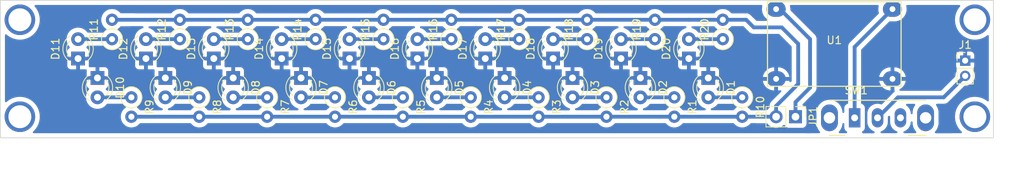
<source format=kicad_pcb>
(kicad_pcb (version 20211014) (generator pcbnew)
  (layers (0 "F.Cu" signal) (31 "B.Cu" signal) (34 "B.Paste" user) (35 "F.Paste" user) (36 "B.SilkS" user "B.Silkscreen") (37 "F.SilkS" user "F.Silkscreen") (38 "B.Mask" user) (39 "F.Mask" user) (44 "Edge.Cuts" user))
  (net 0 "")
  (net 1 "GND")
  (net 2 "Net-(D1-Pad2)")
  (net 3 "Net-(D2-Pad2)")
  (net 4 "Net-(D3-Pad2)")
  (net 5 "Net-(D4-Pad2)")
  (net 6 "Net-(D5-Pad2)")
  (net 7 "Net-(D6-Pad2)")
  (net 8 "Net-(D7-Pad2)")
  (net 9 "Net-(D8-Pad2)")
  (net 10 "Net-(D9-Pad2)")
  (net 11 "Net-(D10-Pad2)")
  (net 12 "Net-(D11-Pad2)")
  (net 13 "Net-(D12-Pad2)")
  (net 14 "Net-(D13-Pad2)")
  (net 15 "Net-(D14-Pad2)")
  (net 16 "Net-(D15-Pad2)")
  (net 17 "Net-(D16-Pad2)")
  (net 18 "Net-(D17-Pad2)")
  (net 19 "Net-(D18-Pad2)")
  (net 20 "Net-(D19-Pad2)")
  (net 21 "Net-(D20-Pad2)")
  (net 22 "Net-(J1-Pad2)")
  (net 23 "Net-(JP1-Pad1)")
  (net 24 "Net-(JP1-Pad2)")
  (net 25 "Net-(SW1-Pad1)")
  (net 27 "GND1")
  (footprint "_switch:SW_CuK_OS102011MA1QN1_SPDT_Angled" (layer "F.Cu") (at 156.845 59.8325)
    (fp_text reference "SW1" (at 3.5 -3.6) (layer "F.SilkS"))
    (fp_text value "SW_Push_SPDT")
    (fp_line (start 10.35 2.3) (end 12.65 2.3) (layer "F.SilkS") (width 0.15))
    (fp_line (start 0 -2.3) (end 12.6 -2.3) (layer "F.SilkS") (width 0.15))
    (fp_line (start 0 2.3) (end 2 2.3) (layer "F.SilkS") (width 0.15))
    (pad "" thru_hole oval (at 12.6 0) (size 2.2 3.5) (drill 1.5) (layers *.Cu *.Mask))
    (pad "" thru_hole oval (at 0 0) (size 2.2 3.5) (drill 1.5) (layers *.Cu *.Mask))
    (pad "1" thru_hole rect (at 3.3 0) (size 1.5 2.5) (drill 0.9) (layers *.Cu *.Mask) (net 25 "Net-(SW1-Pad1)"))
    (pad "2" thru_hole oval (at 6.3 0) (size 1.5 2.5) (drill 0.9) (layers *.Cu *.Mask) (net 22 "Net-(J1-Pad2)"))
    (pad "3" thru_hole oval (at 9.3 0) (size 1.5 2.5) (drill 0.9) (layers *.Cu *.Mask))
  )
  (footprint "Resistor_THT:R_Axial_DIN0207_L6.3mm_D2.5mm_P2.54mm_Vertical" (layer "F.Cu") (at 142.875 49.53 90)
    (fp_text reference "R20" (at 1.27 -2.37 90) (layer "F.SilkS"))
    (fp_text value "16")
    (fp_line (start 1.37 0) (end 1.44 0) (layer "F.SilkS") (width 0.12))
    (fp_circle (center 0 0) (end 1.37 0) (layer "F.SilkS") (width 0.12) (fill none))
    (pad "1" thru_hole circle (at 0 0 90) (size 1.6 1.6) (drill 0.8) (layers *.Cu *.Mask) (net 21 "Net-(D20-Pad2)"))
    (pad "2" thru_hole oval (at 2.54 0 90) (size 1.6 1.6) (drill 0.8) (layers *.Cu *.Mask) (net 24 "Net-(JP1-Pad2)"))
  )
  (footprint "LED_THT:LED_D3.0mm" (layer "F.Cu") (at 87.63 54.61 -90)
    (fp_text reference "D7" (at 1.27 -2.96 90) (layer "F.SilkS"))
    (fp_text value "LED")
    (fp_line (start -0.29 -1.236) (end -0.29 -1.08) (layer "F.SilkS") (width 0.12))
    (fp_line (start -0.29 1.08) (end -0.29 1.236) (layer "F.SilkS") (width 0.12))
    (fp_arc (start 2.31113 1.079837) (mid 1.270117 1.5) (end 0.229039 1.08) (layer "F.SilkS") (width 0.12))
    (fp_arc (start 2.942335 1.078608) (mid 1.366487 1.987659) (end -0.29 1.235516) (layer "F.SilkS") (width 0.12))
    (fp_arc (start -0.29 -1.235516) (mid 1.366487 -1.987659) (end 2.942335 -1.078608) (layer "F.SilkS") (width 0.12))
    (fp_arc (start 0.229039 -1.08) (mid 1.270117 -1.5) (end 2.31113 -1.079837) (layer "F.SilkS") (width 0.12))
    (pad "1" thru_hole rect (at 0 0 270) (size 1.8 1.8) (drill 0.9) (layers *.Cu *.Mask) (net 27 "GND1"))
    (pad "2" thru_hole circle (at 2.54 0 270) (size 1.8 1.8) (drill 0.9) (layers *.Cu *.Mask) (net 8 "Net-(D7-Pad2)"))
  )
  (footprint "LED_THT:LED_D3.0mm" (layer "F.Cu") (at 123.19 54.61 -90)
    (fp_text reference "D3" (at 1.27 -2.96 90) (layer "F.SilkS"))
    (fp_text value "LED")
    (fp_line (start -0.29 1.08) (end -0.29 1.236) (layer "F.SilkS") (width 0.12))
    (fp_line (start -0.29 -1.236) (end -0.29 -1.08) (layer "F.SilkS") (width 0.12))
    (fp_arc (start 2.31113 1.079837) (mid 1.270117 1.5) (end 0.229039 1.08) (layer "F.SilkS") (width 0.12))
    (fp_arc (start 2.942335 1.078608) (mid 1.366487 1.987659) (end -0.29 1.235516) (layer "F.SilkS") (width 0.12))
    (fp_arc (start 0.229039 -1.08) (mid 1.270117 -1.5) (end 2.31113 -1.079837) (layer "F.SilkS") (width 0.12))
    (fp_arc (start -0.29 -1.235516) (mid 1.366487 -1.987659) (end 2.942335 -1.078608) (layer "F.SilkS") (width 0.12))
    (pad "1" thru_hole rect (at 0 0 270) (size 1.8 1.8) (drill 0.9) (layers *.Cu *.Mask) (net 27 "GND1"))
    (pad "2" thru_hole circle (at 2.54 0 270) (size 1.8 1.8) (drill 0.9) (layers *.Cu *.Mask) (net 4 "Net-(D3-Pad2)"))
  )
  (footprint "LED_THT:LED_D3.0mm" (layer "F.Cu") (at 105.41 54.61 -90)
    (fp_text reference "D5" (at 1.27 -2.96 90) (layer "F.SilkS"))
    (fp_text value "LED")
    (fp_line (start -0.29 -1.236) (end -0.29 -1.08) (layer "F.SilkS") (width 0.12))
    (fp_line (start -0.29 1.08) (end -0.29 1.236) (layer "F.SilkS") (width 0.12))
    (fp_arc (start 0.229039 -1.08) (mid 1.270117 -1.5) (end 2.31113 -1.079837) (layer "F.SilkS") (width 0.12))
    (fp_arc (start 2.31113 1.079837) (mid 1.270117 1.5) (end 0.229039 1.08) (layer "F.SilkS") (width 0.12))
    (fp_arc (start 2.942335 1.078608) (mid 1.366487 1.987659) (end -0.29 1.235516) (layer "F.SilkS") (width 0.12))
    (fp_arc (start -0.29 -1.235516) (mid 1.366487 -1.987659) (end 2.942335 -1.078608) (layer "F.SilkS") (width 0.12))
    (pad "1" thru_hole rect (at 0 0 270) (size 1.8 1.8) (drill 0.9) (layers *.Cu *.Mask) (net 27 "GND1"))
    (pad "2" thru_hole circle (at 2.54 0 270) (size 1.8 1.8) (drill 0.9) (layers *.Cu *.Mask) (net 6 "Net-(D5-Pad2)"))
  )
  (footprint "LED_THT:LED_D3.0mm" (layer "F.Cu") (at 129.54 52.07 90)
    (fp_text reference "D19" (at 1.27 -2.96 90) (layer "F.SilkS"))
    (fp_text value "LED")
    (fp_line (start -0.29 1.08) (end -0.29 1.236) (layer "F.SilkS") (width 0.12))
    (fp_line (start -0.29 -1.236) (end -0.29 -1.08) (layer "F.SilkS") (width 0.12))
    (fp_arc (start -0.29 -1.235516) (mid 1.366487 -1.987659) (end 2.942335 -1.078608) (layer "F.SilkS") (width 0.12))
    (fp_arc (start 2.942335 1.078608) (mid 1.366487 1.987659) (end -0.29 1.235516) (layer "F.SilkS") (width 0.12))
    (fp_arc (start 2.31113 1.079837) (mid 1.270117 1.5) (end 0.229039 1.08) (layer "F.SilkS") (width 0.12))
    (fp_arc (start 0.229039 -1.08) (mid 1.270117 -1.5) (end 2.31113 -1.079837) (layer "F.SilkS") (width 0.12))
    (pad "1" thru_hole rect (at 0 0 90) (size 1.8 1.8) (drill 0.9) (layers *.Cu *.Mask) (net 27 "GND1"))
    (pad "2" thru_hole circle (at 2.54 0 90) (size 1.8 1.8) (drill 0.9) (layers *.Cu *.Mask) (net 20 "Net-(D19-Pad2)"))
  )
  (footprint "LED_THT:LED_D3.0mm" (layer "F.Cu") (at 93.98 52.07 90)
    (fp_text reference "D15" (at 1.27 -2.96 90) (layer "F.SilkS"))
    (fp_text value "LED")
    (fp_line (start -0.29 -1.236) (end -0.29 -1.08) (layer "F.SilkS") (width 0.12))
    (fp_line (start -0.29 1.08) (end -0.29 1.236) (layer "F.SilkS") (width 0.12))
    (fp_arc (start 0.229039 -1.08) (mid 1.270117 -1.5) (end 2.31113 -1.079837) (layer "F.SilkS") (width 0.12))
    (fp_arc (start -0.29 -1.235516) (mid 1.366487 -1.987659) (end 2.942335 -1.078608) (layer "F.SilkS") (width 0.12))
    (fp_arc (start 2.942335 1.078608) (mid 1.366487 1.987659) (end -0.29 1.235516) (layer "F.SilkS") (width 0.12))
    (fp_arc (start 2.31113 1.079837) (mid 1.270117 1.5) (end 0.229039 1.08) (layer "F.SilkS") (width 0.12))
    (pad "1" thru_hole rect (at 0 0 90) (size 1.8 1.8) (drill 0.9) (layers *.Cu *.Mask) (net 27 "GND1"))
    (pad "2" thru_hole circle (at 2.54 0 90) (size 1.8 1.8) (drill 0.9) (layers *.Cu *.Mask) (net 16 "Net-(D15-Pad2)"))
  )
  (footprint "Resistor_THT:R_Axial_DIN0207_L6.3mm_D2.5mm_P2.54mm_Vertical" (layer "F.Cu") (at 89.535 49.53 90)
    (fp_text reference "R14" (at 1.27 -2.37 90) (layer "F.SilkS"))
    (fp_text value "16")
    (fp_line (start 1.37 0) (end 1.44 0) (layer "F.SilkS") (width 0.12))
    (fp_circle (center 0 0) (end 1.37 0) (layer "F.SilkS") (width 0.12) (fill none))
    (pad "1" thru_hole circle (at 0 0 90) (size 1.6 1.6) (drill 0.8) (layers *.Cu *.Mask) (net 15 "Net-(D14-Pad2)"))
    (pad "2" thru_hole oval (at 2.54 0 90) (size 1.6 1.6) (drill 0.8) (layers *.Cu *.Mask) (net 24 "Net-(JP1-Pad2)"))
  )
  (footprint "LED_THT:LED_D3.0mm" (layer "F.Cu") (at 102.87 52.07 90)
    (fp_text reference "D16" (at 1.27 -2.96 90) (layer "F.SilkS"))
    (fp_text value "LED")
    (fp_line (start -0.29 -1.236) (end -0.29 -1.08) (layer "F.SilkS") (width 0.12))
    (fp_line (start -0.29 1.08) (end -0.29 1.236) (layer "F.SilkS") (width 0.12))
    (fp_arc (start -0.29 -1.235516) (mid 1.366487 -1.987659) (end 2.942335 -1.078608) (layer "F.SilkS") (width 0.12))
    (fp_arc (start 2.31113 1.079837) (mid 1.270117 1.5) (end 0.229039 1.08) (layer "F.SilkS") (width 0.12))
    (fp_arc (start 0.229039 -1.08) (mid 1.270117 -1.5) (end 2.31113 -1.079837) (layer "F.SilkS") (width 0.12))
    (fp_arc (start 2.942335 1.078608) (mid 1.366487 1.987659) (end -0.29 1.235516) (layer "F.SilkS") (width 0.12))
    (pad "1" thru_hole rect (at 0 0 90) (size 1.8 1.8) (drill 0.9) (layers *.Cu *.Mask) (net 27 "GND1"))
    (pad "2" thru_hole circle (at 2.54 0 90) (size 1.8 1.8) (drill 0.9) (layers *.Cu *.Mask) (net 17 "Net-(D16-Pad2)"))
  )
  (footprint "LED_THT:LED_D3.0mm" (layer "F.Cu") (at 58.42 52.07 90)
    (fp_text reference "D11" (at 1.27 -2.96 90) (layer "F.SilkS"))
    (fp_text value "LED")
    (fp_line (start -0.29 -1.236) (end -0.29 -1.08) (layer "F.SilkS") (width 0.12))
    (fp_line (start -0.29 1.08) (end -0.29 1.236) (layer "F.SilkS") (width 0.12))
    (fp_arc (start 0.229039 -1.08) (mid 1.270117 -1.5) (end 2.31113 -1.079837) (layer "F.SilkS") (width 0.12))
    (fp_arc (start -0.29 -1.235516) (mid 1.366487 -1.987659) (end 2.942335 -1.078608) (layer "F.SilkS") (width 0.12))
    (fp_arc (start 2.31113 1.079837) (mid 1.270117 1.5) (end 0.229039 1.08) (layer "F.SilkS") (width 0.12))
    (fp_arc (start 2.942335 1.078608) (mid 1.366487 1.987659) (end -0.29 1.235516) (layer "F.SilkS") (width 0.12))
    (pad "1" thru_hole rect (at 0 0 90) (size 1.8 1.8) (drill 0.9) (layers *.Cu *.Mask) (net 27 "GND1"))
    (pad "2" thru_hole circle (at 2.54 0 90) (size 1.8 1.8) (drill 0.9) (layers *.Cu *.Mask) (net 12 "Net-(D11-Pad2)"))
  )
  (footprint "LED_THT:LED_D3.0mm" (layer "F.Cu") (at 132.08 54.61 -90)
    (fp_text reference "D2" (at 1.27 -2.96 90) (layer "F.SilkS"))
    (fp_text value "LED")
    (fp_line (start -0.29 1.08) (end -0.29 1.236) (layer "F.SilkS") (width 0.12))
    (fp_line (start -0.29 -1.236) (end -0.29 -1.08) (layer "F.SilkS") (width 0.12))
    (fp_arc (start 2.942335 1.078608) (mid 1.366487 1.987659) (end -0.29 1.235516) (layer "F.SilkS") (width 0.12))
    (fp_arc (start -0.29 -1.235516) (mid 1.366487 -1.987659) (end 2.942335 -1.078608) (layer "F.SilkS") (width 0.12))
    (fp_arc (start 0.229039 -1.08) (mid 1.270117 -1.5) (end 2.31113 -1.079837) (layer "F.SilkS") (width 0.12))
    (fp_arc (start 2.31113 1.079837) (mid 1.270117 1.5) (end 0.229039 1.08) (layer "F.SilkS") (width 0.12))
    (pad "1" thru_hole rect (at 0 0 270) (size 1.8 1.8) (drill 0.9) (layers *.Cu *.Mask) (net 27 "GND1"))
    (pad "2" thru_hole circle (at 2.54 0 270) (size 1.8 1.8) (drill 0.9) (layers *.Cu *.Mask) (net 3 "Net-(D2-Pad2)"))
  )
  (footprint "_dc_dc_converters:Mini360_step-down" (layer "F.Cu") (at 157.48 50.165 180)
    (fp_text reference "U1" (at 0 0.5) (layer "F.SilkS"))
    (fp_text value "Mini360")
    (fp_line (start -8.75 -5.54) (end -8.75 5.53) (layer "F.SilkS") (width 0.15))
    (fp_line (start -8.75 -5.54) (end 8.75 -5.54) (layer "F.SilkS") (width 0.15))
    (fp_line (start 8.75 5.53) (end -8.75 5.53) (layer "F.SilkS") (width 0.15))
    (fp_line (start 8.75 5.53) (end 8.75 -5.54) (layer "F.SilkS") (width 0.15))
    (pad "1" thru_hole oval (at -7.62 -4.57 180) (size 2.5 2) (drill 0.762) (layers *.Cu *.Mask) (net 1 "GND"))
    (pad "2" thru_hole oval (at -7.62 4.57 180) (size 2.5 2) (drill 0.762) (layers *.Cu *.Mask) (net 25 "Net-(SW1-Pad1)"))
    (pad "3" thru_hole oval (at 7.62 -4.57 180) (size 2.5 2) (drill 0.762) (layers *.Cu *.Mask) (net 27 "GND1"))
    (pad "4" thru_hole oval (at 7.62 4.57 180) (size 2.5 2) (drill 0.762) (layers *.Cu *.Mask) (net 23 "Net-(JP1-Pad1)"))
  )
  (footprint "Resistor_THT:R_Axial_DIN0207_L6.3mm_D2.5mm_P2.54mm_Vertical" (layer "F.Cu") (at 71.755 49.53 90)
    (fp_text reference "R12" (at 1.27 -2.37 90) (layer "F.SilkS"))
    (fp_text value "16")
    (fp_line (start 1.37 0) (end 1.44 0) (layer "F.SilkS") (width 0.12))
    (fp_circle (center 0 0) (end 1.37 0) (layer "F.SilkS") (width 0.12) (fill none))
    (pad "1" thru_hole circle (at 0 0 90) (size 1.6 1.6) (drill 0.8) (layers *.Cu *.Mask) (net 13 "Net-(D12-Pad2)"))
    (pad "2" thru_hole oval (at 2.54 0 90) (size 1.6 1.6) (drill 0.8) (layers *.Cu *.Mask) (net 24 "Net-(JP1-Pad2)"))
  )
  (footprint "Resistor_THT:R_Axial_DIN0207_L6.3mm_D2.5mm_P2.54mm_Vertical" (layer "F.Cu") (at 125.095 49.53 90)
    (fp_text reference "R18" (at 1.27 -2.37 90) (layer "F.SilkS"))
    (fp_text value "16")
    (fp_line (start 1.37 0) (end 1.44 0) (layer "F.SilkS") (width 0.12))
    (fp_circle (center 0 0) (end 1.37 0) (layer "F.SilkS") (width 0.12) (fill none))
    (pad "1" thru_hole circle (at 0 0 90) (size 1.6 1.6) (drill 0.8) (layers *.Cu *.Mask) (net 19 "Net-(D18-Pad2)"))
    (pad "2" thru_hole oval (at 2.54 0 90) (size 1.6 1.6) (drill 0.8) (layers *.Cu *.Mask) (net 24 "Net-(JP1-Pad2)"))
  )
  (footprint "LED_THT:LED_D3.0mm" (layer "F.Cu") (at 96.52 54.61 -90)
    (fp_text reference "D6" (at 1.27 -2.96 90) (layer "F.SilkS"))
    (fp_text value "LED")
    (fp_line (start -0.29 1.08) (end -0.29 1.236) (layer "F.SilkS") (width 0.12))
    (fp_line (start -0.29 -1.236) (end -0.29 -1.08) (layer "F.SilkS") (width 0.12))
    (fp_arc (start 2.31113 1.079837) (mid 1.270117 1.5) (end 0.229039 1.08) (layer "F.SilkS") (width 0.12))
    (fp_arc (start 2.942335 1.078608) (mid 1.366487 1.987659) (end -0.29 1.235516) (layer "F.SilkS") (width 0.12))
    (fp_arc (start 0.229039 -1.08) (mid 1.270117 -1.5) (end 2.31113 -1.079837) (layer "F.SilkS") (width 0.12))
    (fp_arc (start -0.29 -1.235516) (mid 1.366487 -1.987659) (end 2.942335 -1.078608) (layer "F.SilkS") (width 0.12))
    (pad "1" thru_hole rect (at 0 0 270) (size 1.8 1.8) (drill 0.9) (layers *.Cu *.Mask) (net 27 "GND1"))
    (pad "2" thru_hole circle (at 2.54 0 270) (size 1.8 1.8) (drill 0.9) (layers *.Cu *.Mask) (net 7 "Net-(D6-Pad2)"))
  )
  (footprint "Resistor_THT:R_Axial_DIN0207_L6.3mm_D2.5mm_P2.54mm_Vertical" (layer "F.Cu") (at 65.405 57.15 -90)
    (fp_text reference "R9" (at 1.27 -2.37 90) (layer "F.SilkS"))
    (fp_text value "16")
    (fp_line (start 1.37 0) (end 1.44 0) (layer "F.SilkS") (width 0.12))
    (fp_circle (center 0 0) (end 1.37 0) (layer "F.SilkS") (width 0.12) (fill none))
    (pad "1" thru_hole circle (at 0 0 270) (size 1.6 1.6) (drill 0.8) (layers *.Cu *.Mask) (net 11 "Net-(D10-Pad2)"))
    (pad "2" thru_hole oval (at 2.54 0 270) (size 1.6 1.6) (drill 0.8) (layers *.Cu *.Mask) (net 24 "Net-(JP1-Pad2)"))
  )
  (footprint "Connector_PinHeader_2.54mm:PinHeader_1x02_P2.54mm_Vertical" (layer "F.Cu") (at 152.4 59.69 -90)
    (fp_text reference "JP1" (at 0 -2.33 90) (layer "F.SilkS"))
    (fp_text value "Jumper_2_Bridged")
    (fp_line (start -1.33 0) (end -1.33 -1.33) (layer "F.SilkS") (width 0.12))
    (fp_line (start -1.33 1.27) (end -1.33 3.87) (layer "F.SilkS") (width 0.12))
    (fp_line (start -1.33 1.27) (end 1.33 1.27) (layer "F.SilkS") (width 0.12))
    (fp_line (start -1.33 -1.33) (end 0 -1.33) (layer "F.SilkS") (width 0.12))
    (fp_line (start 1.33 1.27) (end 1.33 3.87) (layer "F.SilkS") (width 0.12))
    (fp_line (start -1.33 3.87) (end 1.33 3.87) (layer "F.SilkS") (width 0.12))
    (pad "1" thru_hole rect (at 0 0 270) (size 1.7 1.7) (drill 1) (layers *.Cu *.Mask) (net 23 "Net-(JP1-Pad1)"))
    (pad "2" thru_hole oval (at 0 2.54 270) (size 1.7 1.7) (drill 1) (layers *.Cu *.Mask) (net 24 "Net-(JP1-Pad2)"))
  )
  (footprint "Resistor_THT:R_Axial_DIN0207_L6.3mm_D2.5mm_P2.54mm_Vertical" (layer "F.Cu") (at 109.855 57.15 -90)
    (fp_text reference "R4" (at 1.27 -2.37 90) (layer "F.SilkS"))
    (fp_text value "16")
    (fp_line (start 1.37 0) (end 1.44 0) (layer "F.SilkS") (width 0.12))
    (fp_circle (center 0 0) (end 1.37 0) (layer "F.SilkS") (width 0.12) (fill none))
    (pad "1" thru_hole circle (at 0 0 270) (size 1.6 1.6) (drill 0.8) (layers *.Cu *.Mask) (net 6 "Net-(D5-Pad2)"))
    (pad "2" thru_hole oval (at 2.54 0 270) (size 1.6 1.6) (drill 0.8) (layers *.Cu *.Mask) (net 24 "Net-(JP1-Pad2)"))
  )
  (footprint "Resistor_THT:R_Axial_DIN0207_L6.3mm_D2.5mm_P2.54mm_Vertical" (layer "F.Cu") (at 62.865 49.53 90)
    (fp_text reference "R11" (at 1.27 -2.37 90) (layer "F.SilkS"))
    (fp_text value "16")
    (fp_line (start 1.37 0) (end 1.44 0) (layer "F.SilkS") (width 0.12))
    (fp_circle (center 0 0) (end 1.37 0) (layer "F.SilkS") (width 0.12) (fill none))
    (pad "1" thru_hole circle (at 0 0 90) (size 1.6 1.6) (drill 0.8) (layers *.Cu *.Mask) (net 12 "Net-(D11-Pad2)"))
    (pad "2" thru_hole oval (at 2.54 0 90) (size 1.6 1.6) (drill 0.8) (layers *.Cu *.Mask) (net 24 "Net-(JP1-Pad2)"))
  )
  (footprint "LED_THT:LED_D3.0mm" (layer "F.Cu") (at 85.09 52.07 90)
    (fp_text reference "D14" (at 1.27 -2.96 90) (layer "F.SilkS"))
    (fp_text value "LED")
    (fp_line (start -0.29 -1.236) (end -0.29 -1.08) (layer "F.SilkS") (width 0.12))
    (fp_line (start -0.29 1.08) (end -0.29 1.236) (layer "F.SilkS") (width 0.12))
    (fp_arc (start 0.229039 -1.08) (mid 1.270117 -1.5) (end 2.31113 -1.079837) (layer "F.SilkS") (width 0.12))
    (fp_arc (start -0.29 -1.235516) (mid 1.366487 -1.987659) (end 2.942335 -1.078608) (layer "F.SilkS") (width 0.12))
    (fp_arc (start 2.942335 1.078608) (mid 1.366487 1.987659) (end -0.29 1.235516) (layer "F.SilkS") (width 0.12))
    (fp_arc (start 2.31113 1.079837) (mid 1.270117 1.5) (end 0.229039 1.08) (layer "F.SilkS") (width 0.12))
    (pad "1" thru_hole rect (at 0 0 90) (size 1.8 1.8) (drill 0.9) (layers *.Cu *.Mask) (net 27 "GND1"))
    (pad "2" thru_hole circle (at 2.54 0 90) (size 1.8 1.8) (drill 0.9) (layers *.Cu *.Mask) (net 15 "Net-(D14-Pad2)"))
  )
  (footprint "LED_THT:LED_D3.0mm" (layer "F.Cu") (at 111.76 52.07 90)
    (fp_text reference "D17" (at 1.27 -2.96 90) (layer "F.SilkS"))
    (fp_text value "LED")
    (fp_line (start -0.29 -1.236) (end -0.29 -1.08) (layer "F.SilkS") (width 0.12))
    (fp_line (start -0.29 1.08) (end -0.29 1.236) (layer "F.SilkS") (width 0.12))
    (fp_arc (start -0.29 -1.235516) (mid 1.366487 -1.987659) (end 2.942335 -1.078608) (layer "F.SilkS") (width 0.12))
    (fp_arc (start 2.942335 1.078608) (mid 1.366487 1.987659) (end -0.29 1.235516) (layer "F.SilkS") (width 0.12))
    (fp_arc (start 0.229039 -1.08) (mid 1.270117 -1.5) (end 2.31113 -1.079837) (layer "F.SilkS") (width 0.12))
    (fp_arc (start 2.31113 1.079837) (mid 1.270117 1.5) (end 0.229039 1.08) (layer "F.SilkS") (width 0.12))
    (pad "1" thru_hole rect (at 0 0 90) (size 1.8 1.8) (drill 0.9) (layers *.Cu *.Mask) (net 27 "GND1"))
    (pad "2" thru_hole circle (at 2.54 0 90) (size 1.8 1.8) (drill 0.9) (layers *.Cu *.Mask) (net 18 "Net-(D17-Pad2)"))
  )
  (footprint "Resistor_THT:R_Axial_DIN0207_L6.3mm_D2.5mm_P2.54mm_Vertical" (layer "F.Cu") (at 98.425 49.53 90)
    (fp_text reference "R15" (at 1.27 -2.37 90) (layer "F.SilkS"))
    (fp_text value "16")
    (fp_line (start 1.37 0) (end 1.44 0) (layer "F.SilkS") (width 0.12))
    (fp_circle (center 0 0) (end 1.37 0) (layer "F.SilkS") (width 0.12) (fill none))
    (pad "1" thru_hole circle (at 0 0 90) (size 1.6 1.6) (drill 0.8) (layers *.Cu *.Mask) (net 16 "Net-(D15-Pad2)"))
    (pad "2" thru_hole oval (at 2.54 0 90) (size 1.6 1.6) (drill 0.8) (layers *.Cu *.Mask) (net 24 "Net-(JP1-Pad2)"))
  )
  (footprint "Resistor_THT:R_Axial_DIN0207_L6.3mm_D2.5mm_P2.54mm_Vertical" (layer "F.Cu") (at 133.985 49.53 90)
    (fp_text reference "R19" (at 1.27 -2.37 90) (layer "F.SilkS"))
    (fp_text value "16")
    (fp_line (start 1.37 0) (end 1.44 0) (layer "F.SilkS") (width 0.12))
    (fp_circle (center 0 0) (end 1.37 0) (layer "F.SilkS") (width 0.12) (fill none))
    (pad "1" thru_hole circle (at 0 0 90) (size 1.6 1.6) (drill 0.8) (layers *.Cu *.Mask) (net 20 "Net-(D19-Pad2)"))
    (pad "2" thru_hole oval (at 2.54 0 90) (size 1.6 1.6) (drill 0.8) (layers *.Cu *.Mask) (net 24 "Net-(JP1-Pad2)"))
  )
  (footprint "Resistor_THT:R_Axial_DIN0207_L6.3mm_D2.5mm_P2.54mm_Vertical" (layer "F.Cu") (at 74.295 57.15 -90)
    (fp_text reference "R8" (at 1.27 -2.37 90) (layer "F.SilkS"))
    (fp_text value "16")
    (fp_line (start 1.37 0) (end 1.44 0) (layer "F.SilkS") (width 0.12))
    (fp_circle (center 0 0) (end 1.37 0) (layer "F.SilkS") (width 0.12) (fill none))
    (pad "1" thru_hole circle (at 0 0 270) (size 1.6 1.6) (drill 0.8) (layers *.Cu *.Mask) (net 10 "Net-(D9-Pad2)"))
    (pad "2" thru_hole oval (at 2.54 0 270) (size 1.6 1.6) (drill 0.8) (layers *.Cu *.Mask) (net 24 "Net-(JP1-Pad2)"))
  )
  (footprint "Resistor_THT:R_Axial_DIN0207_L6.3mm_D2.5mm_P2.54mm_Vertical" (layer "F.Cu") (at 145.415 57.15 -90)
    (fp_text reference "R10" (at 1.27 -2.37 90) (layer "F.SilkS"))
    (fp_text value "16")
    (fp_line (start 1.37 0) (end 1.44 0) (layer "F.SilkS") (width 0.12))
    (fp_circle (center 0 0) (end 1.37 0) (layer "F.SilkS") (width 0.12) (fill none))
    (pad "1" thru_hole circle (at 0 0 270) (size 1.6 1.6) (drill 0.8) (layers *.Cu *.Mask) (net 2 "Net-(D1-Pad2)"))
    (pad "2" thru_hole oval (at 2.54 0 270) (size 1.6 1.6) (drill 0.8) (layers *.Cu *.Mask) (net 24 "Net-(JP1-Pad2)"))
  )
  (footprint "Resistor_THT:R_Axial_DIN0207_L6.3mm_D2.5mm_P2.54mm_Vertical" (layer "F.Cu") (at 118.745 57.15 -90)
    (fp_text reference "R3" (at 1.27 -2.37 90) (layer "F.SilkS"))
    (fp_text value "16")
    (fp_line (start 1.37 0) (end 1.44 0) (layer "F.SilkS") (width 0.12))
    (fp_circle (center 0 0) (end 1.37 0) (layer "F.SilkS") (width 0.12) (fill none))
    (pad "1" thru_hole circle (at 0 0 270) (size 1.6 1.6) (drill 0.8) (layers *.Cu *.Mask) (net 5 "Net-(D4-Pad2)"))
    (pad "2" thru_hole oval (at 2.54 0 270) (size 1.6 1.6) (drill 0.8) (layers *.Cu *.Mask) (net 24 "Net-(JP1-Pad2)"))
  )
  (footprint "LED_THT:LED_D3.0mm" (layer "F.Cu") (at 114.3 54.61 -90)
    (fp_text reference "D4" (at 1.27 -2.96 90) (layer "F.SilkS"))
    (fp_text value "LED")
    (fp_line (start -0.29 -1.236) (end -0.29 -1.08) (layer "F.SilkS") (width 0.12))
    (fp_line (start -0.29 1.08) (end -0.29 1.236) (layer "F.SilkS") (width 0.12))
    (fp_arc (start 0.229039 -1.08) (mid 1.270117 -1.5) (end 2.31113 -1.079837) (layer "F.SilkS") (width 0.12))
    (fp_arc (start -0.29 -1.235516) (mid 1.366487 -1.987659) (end 2.942335 -1.078608) (layer "F.SilkS") (width 0.12))
    (fp_arc (start 2.31113 1.079837) (mid 1.270117 1.5) (end 0.229039 1.08) (layer "F.SilkS") (width 0.12))
    (fp_arc (start 2.942335 1.078608) (mid 1.366487 1.987659) (end -0.29 1.235516) (layer "F.SilkS") (width 0.12))
    (pad "1" thru_hole rect (at 0 0 270) (size 1.8 1.8) (drill 0.9) (layers *.Cu *.Mask) (net 27 "GND1"))
    (pad "2" thru_hole circle (at 2.54 0 270) (size 1.8 1.8) (drill 0.9) (layers *.Cu *.Mask) (net 5 "Net-(D4-Pad2)"))
  )
  (footprint "Resistor_THT:R_Axial_DIN0207_L6.3mm_D2.5mm_P2.54mm_Vertical" (layer "F.Cu") (at 92.075 57.15 -90)
    (fp_text reference "R6" (at 1.27 -2.37 90) (layer "F.SilkS"))
    (fp_text value "16")
    (fp_line (start 1.37 0) (end 1.44 0) (layer "F.SilkS") (width 0.12))
    (fp_circle (center 0 0) (end 1.37 0) (layer "F.SilkS") (width 0.12) (fill none))
    (pad "1" thru_hole circle (at 0 0 270) (size 1.6 1.6) (drill 0.8) (layers *.Cu *.Mask) (net 8 "Net-(D7-Pad2)"))
    (pad "2" thru_hole oval (at 2.54 0 270) (size 1.6 1.6) (drill 0.8) (layers *.Cu *.Mask) (net 24 "Net-(JP1-Pad2)"))
  )
  (footprint "Resistor_THT:R_Axial_DIN0207_L6.3mm_D2.5mm_P2.54mm_Vertical" (layer "F.Cu") (at 80.645 49.53 90)
    (fp_text reference "R13" (at 1.27 -2.37 90) (layer "F.SilkS"))
    (fp_text value "16")
    (fp_line (start 1.37 0) (end 1.44 0) (layer "F.SilkS") (width 0.12))
    (fp_circle (center 0 0) (end 1.37 0) (layer "F.SilkS") (width 0.12) (fill none))
    (pad "1" thru_hole circle (at 0 0 90) (size 1.6 1.6) (drill 0.8) (layers *.Cu *.Mask) (net 14 "Net-(D13-Pad2)"))
    (pad "2" thru_hole oval (at 2.54 0 90) (size 1.6 1.6) (drill 0.8) (layers *.Cu *.Mask) (net 24 "Net-(JP1-Pad2)"))
  )
  (footprint "Resistor_THT:R_Axial_DIN0207_L6.3mm_D2.5mm_P2.54mm_Vertical" (layer "F.Cu") (at 116.205 49.53 90)
    (fp_text reference "R17" (at 1.27 -2.37 90) (layer "F.SilkS"))
    (fp_text value "16")
    (fp_line (start 1.37 0) (end 1.44 0) (layer "F.SilkS") (width 0.12))
    (fp_circle (center 0 0) (end 1.37 0) (layer "F.SilkS") (width 0.12) (fill none))
    (pad "1" thru_hole circle (at 0 0 90) (size 1.6 1.6) (drill 0.8) (layers *.Cu *.Mask) (net 18 "Net-(D17-Pad2)"))
    (pad "2" thru_hole oval (at 2.54 0 90) (size 1.6 1.6) (drill 0.8) (layers *.Cu *.Mask) (net 24 "Net-(JP1-Pad2)"))
  )
  (footprint "LED_THT:LED_D3.0mm" (layer "F.Cu") (at 138.43 52.07 90)
    (fp_text reference "D20" (at 1.27 -2.96 90) (layer "F.SilkS"))
    (fp_text value "LED")
    (fp_line (start -0.29 -1.236) (end -0.29 -1.08) (layer "F.SilkS") (width 0.12))
    (fp_line (start -0.29 1.08) (end -0.29 1.236) (layer "F.SilkS") (width 0.12))
    (fp_arc (start 2.942335 1.078608) (mid 1.366487 1.987659) (end -0.29 1.235516) (layer "F.SilkS") (width 0.12))
    (fp_arc (start 0.229039 -1.08) (mid 1.270117 -1.5) (end 2.31113 -1.079837) (layer "F.SilkS") (width 0.12))
    (fp_arc (start -0.29 -1.235516) (mid 1.366487 -1.987659) (end 2.942335 -1.078608) (layer "F.SilkS") (width 0.12))
    (fp_arc (start 2.31113 1.079837) (mid 1.270117 1.5) (end 0.229039 1.08) (layer "F.SilkS") (width 0.12))
    (pad "1" thru_hole rect (at 0 0 90) (size 1.8 1.8) (drill 0.9) (layers *.Cu *.Mask) (net 27 "GND1"))
    (pad "2" thru_hole circle (at 2.54 0 90) (size 1.8 1.8) (drill 0.9) (layers *.Cu *.Mask) (net 21 "Net-(D20-Pad2)"))
  )
  (footprint "LED_THT:LED_D3.0mm" (layer "F.Cu") (at 69.85 54.61 -90)
    (fp_text reference "D9" (at 1.27 -2.96 90) (layer "F.SilkS"))
    (fp_text value "LED")
    (fp_line (start -0.29 1.08) (end -0.29 1.236) (layer "F.SilkS") (width 0.12))
    (fp_line (start -0.29 -1.236) (end -0.29 -1.08) (layer "F.SilkS") (width 0.12))
    (fp_arc (start 2.31113 1.079837) (mid 1.270117 1.5) (end 0.229039 1.08) (layer "F.SilkS") (width 0.12))
    (fp_arc (start 2.942335 1.078608) (mid 1.366487 1.987659) (end -0.29 1.235516) (layer "F.SilkS") (width 0.12))
    (fp_arc (start -0.29 -1.235516) (mid 1.366487 -1.987659) (end 2.942335 -1.078608) (layer "F.SilkS") (width 0.12))
    (fp_arc (start 0.229039 -1.08) (mid 1.270117 -1.5) (end 2.31113 -1.079837) (layer "F.SilkS") (width 0.12))
    (pad "1" thru_hole rect (at 0 0 270) (size 1.8 1.8) (drill 0.9) (layers *.Cu *.Mask) (net 27 "GND1"))
    (pad "2" thru_hole circle (at 2.54 0 270) (size 1.8 1.8) (drill 0.9) (layers *.Cu *.Mask) (net 10 "Net-(D9-Pad2)"))
  )
  (footprint "LED_THT:LED_D3.0mm" (layer "F.Cu") (at 60.96 54.61 -90)
    (fp_text reference "D10" (at 1.27 -2.96 90) (layer "F.SilkS"))
    (fp_text value "LED")
    (fp_line (start -0.29 -1.236) (end -0.29 -1.08) (layer "F.SilkS") (width 0.12))
    (fp_line (start -0.29 1.08) (end -0.29 1.236) (layer "F.SilkS") (width 0.12))
    (fp_arc (start 2.942335 1.078608) (mid 1.366487 1.987659) (end -0.29 1.235516) (layer "F.SilkS") (width 0.12))
    (fp_arc (start 2.31113 1.079837) (mid 1.270117 1.5) (end 0.229039 1.08) (layer "F.SilkS") (width 0.12))
    (fp_arc (start 0.229039 -1.08) (mid 1.270117 -1.5) (end 2.31113 -1.079837) (layer "F.SilkS") (width 0.12))
    (fp_arc (start -0.29 -1.235516) (mid 1.366487 -1.987659) (end 2.942335 -1.078608) (layer "F.SilkS") (width 0.12))
    (pad "1" thru_hole rect (at 0 0 270) (size 1.8 1.8) (drill 0.9) (layers *.Cu *.Mask) (net 27 "GND1"))
    (pad "2" thru_hole circle (at 2.54 0 270) (size 1.8 1.8) (drill 0.9) (layers *.Cu *.Mask) (net 11 "Net-(D10-Pad2)"))
  )
  (footprint "Resistor_THT:R_Axial_DIN0207_L6.3mm_D2.5mm_P2.54mm_Vertical" (layer "F.Cu") (at 127.635 57.15 -90)
    (fp_text reference "R2" (at 1.27 -2.37 90) (layer "F.SilkS"))
    (fp_text value "16")
    (fp_line (start 1.37 0) (end 1.44 0) (layer "F.SilkS") (width 0.12))
    (fp_circle (center 0 0) (end 1.37 0) (layer "F.SilkS") (width 0.12) (fill none))
    (pad "1" thru_hole circle (at 0 0 270) (size 1.6 1.6) (drill 0.8) (layers *.Cu *.Mask) (net 4 "Net-(D3-Pad2)"))
    (pad "2" thru_hole oval (at 2.54 0 270) (size 1.6 1.6) (drill 0.8) (layers *.Cu *.Mask) (net 24 "Net-(JP1-Pad2)"))
  )
  (footprint "LED_THT:LED_D3.0mm" (layer "F.Cu") (at 78.74 54.61 -90)
    (fp_text reference "D8" (at 1.27 -2.96 90) (layer "F.SilkS"))
    (fp_text value "LED")
    (fp_line (start -0.29 -1.236) (end -0.29 -1.08) (layer "F.SilkS") (width 0.12))
    (fp_line (start -0.29 1.08) (end -0.29 1.236) (layer "F.SilkS") (width 0.12))
    (fp_arc (start -0.29 -1.235516) (mid 1.366487 -1.987659) (end 2.942335 -1.078608) (layer "F.SilkS") (width 0.12))
    (fp_arc (start 2.942335 1.078608) (mid 1.366487 1.987659) (end -0.29 1.235516) (layer "F.SilkS") (width 0.12))
    (fp_arc (start 0.229039 -1.08) (mid 1.270117 -1.5) (end 2.31113 -1.079837) (layer "F.SilkS") (width 0.12))
    (fp_arc (start 2.31113 1.079837) (mid 1.270117 1.5) (end 0.229039 1.08) (layer "F.SilkS") (width 0.12))
    (pad "1" thru_hole rect (at 0 0 270) (size 1.8 1.8) (drill 0.9) (layers *.Cu *.Mask) (net 27 "GND1"))
    (pad "2" thru_hole circle (at 2.54 0 270) (size 1.8 1.8) (drill 0.9) (layers *.Cu *.Mask) (net 9 "Net-(D8-Pad2)"))
  )
  (footprint "Resistor_THT:R_Axial_DIN0207_L6.3mm_D2.5mm_P2.54mm_Vertical" (layer "F.Cu") (at 83.185 57.15 -90)
    (fp_text reference "R7" (at 1.27 -2.37 90) (layer "F.SilkS"))
    (fp_text value "16")
    (fp_line (start 1.37 0) (end 1.44 0) (layer "F.SilkS") (width 0.12))
    (fp_circle (center 0 0) (end 1.37 0) (layer "F.SilkS") (width 0.12) (fill none))
    (pad "1" thru_hole circle (at 0 0 270) (size 1.6 1.6) (drill 0.8) (layers *.Cu *.Mask) (net 9 "Net-(D8-Pad2)"))
    (pad "2" thru_hole oval (at 2.54 0 270) (size 1.6 1.6) (drill 0.8) (layers *.Cu *.Mask) (net 24 "Net-(JP1-Pad2)"))
  )
  (footprint "LED_THT:LED_D3.0mm" (layer "F.Cu") (at 140.97 54.61 -90)
    (fp_text reference "D1" (at 1.27 -2.96 90) (layer "F.SilkS"))
    (fp_text value "LED")
    (fp_line (start -0.29 -1.236) (end -0.29 -1.08) (layer "F.SilkS") (width 0.12))
    (fp_line (start -0.29 1.08) (end -0.29 1.236) (layer "F.SilkS") (width 0.12))
    (fp_arc (start 2.31113 1.079837) (mid 1.270117 1.5) (end 0.229039 1.08) (layer "F.SilkS") (width 0.12))
    (fp_arc (start 0.229039 -1.08) (mid 1.270117 -1.5) (end 2.31113 -1.079837) (layer "F.SilkS") (width 0.12))
    (fp_arc (start 2.942335 1.078608) (mid 1.366487 1.987659) (end -0.29 1.235516) (layer "F.SilkS") (width 0.12))
    (fp_arc (start -0.29 -1.235516) (mid 1.366487 -1.987659) (end 2.942335 -1.078608) (layer "F.SilkS") (width 0.12))
    (pad "1" thru_hole rect (at 0 0 270) (size 1.8 1.8) (drill 0.9) (layers *.Cu *.Mask) (net 27 "GND1"))
    (pad "2" thru_hole circle (at 2.54 0 270) (size 1.8 1.8) (drill 0.9) (layers *.Cu *.Mask) (net 2 "Net-(D1-Pad2)"))
  )
  (footprint "LED_THT:LED_D3.0mm" (layer "F.Cu") (at 120.65 52.07 90)
    (fp_text reference "D18" (at 1.27 -2.96 90) (layer "F.SilkS"))
    (fp_text value "LED")
    (fp_line (start -0.29 -1.236) (end -0.29 -1.08) (layer "F.SilkS") (width 0.12))
    (fp_line (start -0.29 1.08) (end -0.29 1.236) (layer "F.SilkS") (width 0.12))
    (fp_arc (start 2.942335 1.078608) (mid 1.366487 1.987659) (end -0.29 1.235516) (layer "F.SilkS") (width 0.12))
    (fp_arc (start 0.229039 -1.08) (mid 1.270117 -1.5) (end 2.31113 -1.079837) (layer "F.SilkS") (width 0.12))
    (fp_arc (start -0.29 -1.235516) (mid 1.366487 -1.987659) (end 2.942335 -1.078608) (layer "F.SilkS") (width 0.12))
    (fp_arc (start 2.31113 1.079837) (mid 1.270117 1.5) (end 0.229039 1.08) (layer "F.SilkS") (width 0.12))
    (pad "1" thru_hole rect (at 0 0 90) (size 1.8 1.8) (drill 0.9) (layers *.Cu *.Mask) (net 27 "GND1"))
    (pad "2" thru_hole circle (at 2.54 0 90) (size 1.8 1.8) (drill 0.9) (layers *.Cu *.Mask) (net 19 "Net-(D18-Pad2)"))
  )
  (footprint "Resistor_THT:R_Axial_DIN0207_L6.3mm_D2.5mm_P2.54mm_Vertical" (layer "F.Cu") (at 107.315 49.53 90)
    (fp_text reference "R16" (at 1.27 -2.37 90) (layer "F.SilkS"))
    (fp_text value "16")
    (fp_line (start 1.37 0) (end 1.44 0) (layer "F.SilkS") (width 0.12))
    (fp_circle (center 0 0) (end 1.37 0) (layer "F.SilkS") (width 0.12) (fill none))
    (pad "1" thru_hole circle (at 0 0 90) (size 1.6 1.6) (drill 0.8) (layers *.Cu *.Mask) (net 17 "Net-(D16-Pad2)"))
    (pad "2" thru_hole oval (at 2.54 0 90) (size 1.6 1.6) (drill 0.8) (layers *.Cu *.Mask) (net 24 "Net-(JP1-Pad2)"))
  )
  (footprint "Resistor_THT:R_Axial_DIN0207_L6.3mm_D2.5mm_P2.54mm_Vertical" (layer "F.Cu") (at 100.965 57.15 -90)
    (fp_text reference "R5" (at 1.27 -2.37 90) (layer "F.SilkS"))
    (fp_text value "16")
    (fp_line (start 1.37 0) (end 1.44 0) (layer "F.SilkS") (width 0.12))
    (fp_circle (center 0 0) (end 1.37 0) (layer "F.SilkS") (width 0.12) (fill none))
    (pad "1" thru_hole circle (at 0 0 270) (size 1.6 1.6) (drill 0.8) (layers *.Cu *.Mask) (net 7 "Net-(D6-Pad2)"))
    (pad "2" thru_hole oval (at 2.54 0 270) (size 1.6 1.6) (drill 0.8) (layers *.Cu *.Mask) (net 24 "Net-(JP1-Pad2)"))
  )
  (footprint "LED_THT:LED_D3.0mm" (layer "F.Cu") (at 76.2 52.07 90)
    (fp_text reference "D13" (at 1.27 -2.96 90) (layer "F.SilkS"))
    (fp_text value "LED")
    (fp_line (start -0.29 -1.236) (end -0.29 -1.08) (layer "F.SilkS") (width 0.12))
    (fp_line (start -0.29 1.08) (end -0.29 1.236) (layer "F.SilkS") (width 0.12))
    (fp_arc (start -0.29 -1.235516) (mid 1.366487 -1.987659) (end 2.942335 -1.078608) (layer "F.SilkS") (width 0.12))
    (fp_arc (start 2.942335 1.078608) (mid 1.366487 1.987659) (end -0.29 1.235516) (layer "F.SilkS") (width 0.12))
    (fp_arc (start 0.229039 -1.08) (mid 1.270117 -1.5) (end 2.31113 -1.079837) (layer "F.SilkS") (width 0.12))
    (fp_arc (start 2.31113 1.079837) (mid 1.270117 1.5) (end 0.229039 1.08) (layer "F.SilkS") (width 0.12))
    (pad "1" thru_hole rect (at 0 0 90) (size 1.8 1.8) (drill 0.9) (layers *.Cu *.Mask) (net 27 "GND1"))
    (pad "2" thru_hole circle (at 2.54 0 90) (size 1.8 1.8) (drill 0.9) (layers *.Cu *.Mask) (net 14 "Net-(D13-Pad2)"))
  )
  (footprint "LED_THT:LED_D3.0mm" (layer "F.Cu") (at 67.31 52.07 90)
    (fp_text reference "D12" (at 1.27 -2.96 90) (layer "F.SilkS"))
    (fp_text value "LED")
    (fp_line (start -0.29 1.08) (end -0.29 1.236) (layer "F.SilkS") (width 0.12))
    (fp_line (start -0.29 -1.236) (end -0.29 -1.08) (layer "F.SilkS") (width 0.12))
    (fp_arc (start -0.29 -1.235516) (mid 1.366487 -1.987659) (end 2.942335 -1.078608) (layer "F.SilkS") (width 0.12))
    (fp_arc (start 0.229039 -1.08) (mid 1.270117 -1.5) (end 2.31113 -1.079837) (layer "F.SilkS") (width 0.12))
    (fp_arc (start 2.31113 1.079837) (mid 1.270117 1.5) (end 0.229039 1.08) (layer "F.SilkS") (width 0.12))
    (fp_arc (start 2.942335 1.078608) (mid 1.366487 1.987659) (end -0.29 1.235516) (layer "F.SilkS") (width 0.12))
    (pad "1" thru_hole rect (at 0 0 90) (size 1.8 1.8) (drill 0.9) (layers *.Cu *.Mask) (net 27 "GND1"))
    (pad "2" thru_hole circle (at 2.54 0 90) (size 1.8 1.8) (drill 0.9) (layers *.Cu *.Mask) (net 13 "Net-(D12-Pad2)"))
  )
  (footprint "Resistor_THT:R_Axial_DIN0207_L6.3mm_D2.5mm_P2.54mm_Vertical" (layer "F.Cu") (at 136.525 57.15 -90)
    (fp_text reference "R1" (at 1.27 -2.37 90) (layer "F.SilkS"))
    (fp_text value "16")
    (fp_line (start 1.37 0) (end 1.44 0) (layer "F.SilkS") (width 0.12))
    (fp_circle (center 0 0) (end 1.37 0) (layer "F.SilkS") (width 0.12) (fill none))
    (pad "1" thru_hole circle (at 0 0 270) (size 1.6 1.6) (drill 0.8) (layers *.Cu *.Mask) (net 3 "Net-(D2-Pad2)"))
    (pad "2" thru_hole oval (at 2.54 0 270) (size 1.6 1.6) (drill 0.8) (layers *.Cu *.Mask) (net 24 "Net-(JP1-Pad2)"))
  )
  (footprint "Connector_PinHeader_2.00mm:PinHeader_1x02_P2.00mm_Vertical" (layer "F.Cu") (at 174.625 52.34)
    (fp_text reference "J1" (at 0 -2.06) (layer "F.SilkS"))
    (fp_text value "Conn_01x02_Female")
    (fp_line (start -1.06 3.06) (end 1.06 3.06) (layer "F.SilkS") (width 0.12))
    (fp_line (start -1.06 1) (end 1.06 1) (layer "F.SilkS") (width 0.12))
    (fp_line (start -1.06 -1.06) (end 0 -1.06) (layer "F.SilkS") (width 0.12))
    (fp_line (start 1.06 1) (end 1.06 3.06) (layer "F.SilkS") (width 0.12))
    (fp_line (start -1.06 1) (end -1.06 3.06) (layer "F.SilkS") (width 0.12))
    (fp_line (start -1.06 0) (end -1.06 -1.06) (layer "F.SilkS") (width 0.12))
    (pad "1" thru_hole rect (at 0 0) (size 1.35 1.35) (drill 0.8) (layers *.Cu *.Mask) (net 1 "GND"))
    (pad "2" thru_hole oval (at 0 2) (size 1.35 1.35) (drill 0.8) (layers *.Cu *.Mask) (net 22 "Net-(J1-Pad2)"))
  )
  (gr_rect (start 48.244 44.45) (end 178.324 62.45) (layer "Edge.Cuts") (width 0.1) (fill none))
  (via (at 175.895 59.69) (size 4) (drill 3) (layers "F.Cu" "B.Cu") (net 0))
  (via (at 175.895 46.99) (size 4) (drill 3) (layers "F.Cu" "B.Cu") (net 0))
  (via (at 50.8 46.99) (size 4) (drill 3) (layers "F.Cu" "B.Cu") (net 0))
  (via (at 50.8 59.69) (size 4) (drill 3) (layers "F.Cu" "B.Cu") (net 0))
  (segment (start 140.97 57.15) (end 145.415 57.15) (width 0.5) (layer "B.Cu") (net 2))
  (segment (start 132.08 57.15) (end 136.525 57.15) (width 0.5) (layer "B.Cu") (net 3))
  (segment (start 123.19 57.15) (end 127.635 57.15) (width 0.5) (layer "B.Cu") (net 4))
  (segment (start 114.3 57.15) (end 118.745 57.15) (width 0.5) (layer "B.Cu") (net 5))
  (segment (start 105.41 57.15) (end 109.855 57.15) (width 0.5) (layer "B.Cu") (net 6))
  (segment (start 96.52 57.15) (end 100.965 57.15) (width 0.5) (layer "B.Cu") (net 7))
  (segment (start 87.63 57.15) (end 92.075 57.15) (width 0.5) (layer "B.Cu") (net 8))
  (segment (start 78.74 57.15) (end 83.185 57.15) (width 0.5) (layer "B.Cu") (net 9))
  (segment (start 69.85 57.15) (end 74.295 57.15) (width 0.5) (layer "B.Cu") (net 10))
  (segment (start 60.96 57.15) (end 65.405 57.15) (width 0.5) (layer "B.Cu") (net 11))
  (segment (start 62.865 49.53) (end 58.42 49.53) (width 0.5) (layer "B.Cu") (net 12))
  (segment (start 71.755 49.53) (end 67.31 49.53) (width 0.5) (layer "B.Cu") (net 13))
  (segment (start 80.645 49.53) (end 76.2 49.53) (width 0.5) (layer "B.Cu") (net 14))
  (segment (start 89.535 49.53) (end 85.09 49.53) (width 0.5) (layer "B.Cu") (net 15))
  (segment (start 98.425 49.53) (end 93.98 49.53) (width 0.5) (layer "B.Cu") (net 16))
  (segment (start 107.315 49.53) (end 102.87 49.53) (width 0.5) (layer "B.Cu") (net 17))
  (segment (start 116.205 49.53) (end 111.76 49.53) (width 0.5) (layer "B.Cu") (net 18))
  (segment (start 125.095 49.53) (end 120.65 49.53) (width 0.5) (layer "B.Cu") (net 19))
  (segment (start 133.985 49.53) (end 129.54 49.53) (width 0.5) (layer "B.Cu") (net 20))
  (segment (start 142.875 49.53) (end 138.43 49.53) (width 0.5) (layer "B.Cu") (net 21))
  (segment (start 171.815 57.15) (end 174.625 54.34) (width 0.5) (layer "B.Cu") (net 22))
  (segment (start 163.145 59.8325) (end 165.8275 57.15) (width 0.5) (layer "B.Cu") (net 22))
  (segment (start 165.8275 57.15) (end 171.815 57.15) (width 0.5) (layer "B.Cu") (net 22))
  (segment (start 154.305 49.53) (end 150.37 45.595) (width 0.5) (layer "B.Cu") (net 23))
  (segment (start 152.4 57.785) (end 154.305 55.88) (width 0.5) (layer "B.Cu") (net 23))
  (segment (start 152.4 59.69) (end 152.4 57.785) (width 0.5) (layer "B.Cu") (net 23))
  (segment (start 150.37 45.595) (end 149.86 45.595) (width 0.25) (layer "B.Cu") (net 23))
  (segment (start 154.305 55.88) (end 154.305 49.53) (width 0.5) (layer "B.Cu") (net 23))
  (segment (start 151.005 45.595) (end 149.86 45.595) (width 0.25) (layer "B.Cu") (net 23))
  (segment (start 118.745 59.69) (end 127.635 59.69) (width 0.5) (layer "B.Cu") (net 24))
  (segment (start 133.985 46.99) (end 125.095 46.99) (width 0.5) (layer "B.Cu") (net 24))
  (segment (start 92.075 59.69) (end 100.965 59.69) (width 0.5) (layer "B.Cu") (net 24))
  (segment (start 136.525 59.69) (end 145.415 59.69) (width 0.5) (layer "B.Cu") (net 24))
  (segment (start 100.965 59.69) (end 109.855 59.69) (width 0.5) (layer "B.Cu") (net 24))
  (segment (start 98.425 46.99) (end 89.535 46.99) (width 0.5) (layer "B.Cu") (net 24))
  (segment (start 145.415 59.69) (end 149.86 59.69) (width 0.5) (layer "B.Cu") (net 24))
  (segment (start 125.095 46.99) (end 116.205 46.99) (width 0.5) (layer "B.Cu") (net 24))
  (segment (start 74.295 59.69) (end 83.185 59.69) (width 0.5) (layer "B.Cu") (net 24))
  (segment (start 127.635 59.69) (end 136.525 59.69) (width 0.5) (layer "B.Cu") (net 24))
  (segment (start 138.43 46.99) (end 133.985 46.99) (width 0.5) (layer "B.Cu") (net 24))
  (segment (start 109.855 59.69) (end 118.745 59.69) (width 0.5) (layer "B.Cu") (net 24))
  (segment (start 146.93 47.99) (end 145.93 46.99) (width 0.5) (layer "B.Cu") (net 24))
  (segment (start 80.645 46.99) (end 71.755 46.99) (width 0.5) (layer "B.Cu") (net 24))
  (segment (start 150.6 47.99) (end 146.93 47.99) (width 0.5) (layer "B.Cu") (net 24))
  (segment (start 139.7 46.99) (end 138.43 46.99) (width 0.5) (layer "B.Cu") (net 24))
  (segment (start 74.295 59.69) (end 65.405 59.69) (width 0.5) (layer "B.Cu") (net 24))
  (segment (start 62.865 46.99) (end 71.755 46.99) (width 0.5) (layer "B.Cu") (net 24))
  (segment (start 152.75 55.39) (end 152.75 50.14) (width 0.5) (layer "B.Cu") (net 24))
  (segment (start 116.205 46.99) (end 107.315 46.99) (width 0.5) (layer "B.Cu") (net 24))
  (segment (start 89.535 46.99) (end 80.645 46.99) (width 0.5) (layer "B.Cu") (net 24))
  (segment (start 139.7 46.99) (end 142.875 46.99) (width 0.5) (layer "B.Cu") (net 24))
  (segment (start 107.315 46.99) (end 98.425 46.99) (width 0.5) (layer "B.Cu") (net 24))
  (segment (start 145.93 46.99) (end 142.875 46.99) (width 0.5) (layer "B.Cu") (net 24))
  (segment (start 152.75 50.14) (end 150.6 47.99) (width 0.5) (layer "B.Cu") (net 24))
  (segment (start 149.86 58.28) (end 152.75 55.39) (width 0.5) (layer "B.Cu") (net 24))
  (segment (start 83.185 59.69) (end 92.075 59.69) (width 0.5) (layer "B.Cu") (net 24))
  (segment (start 149.86 59.69) (end 149.86 58.28) (width 0.5) (layer "B.Cu") (net 24))
  (segment (start 137.795 46.99) (end 139.7 46.99) (width 0.25) (layer "B.Cu") (net 24))
  (segment (start 160.145 50.55) (end 165.1 45.595) (width 0.5) (layer "B.Cu") (net 25))
  (segment (start 160.145 59.8325) (end 160.145 50.55) (width 0.5) (layer "B.Cu") (net 25))
  (segment (start 149.735 54.61) (end 149.86 54.735) (width 0.5) (layer "B.Cu") (net 27))
  (zone (net 0) (net_name "") (layer "B.Cu") (connect_pads (clearance 0.6)) (min_thickness 0.254) (fill yes (thermal_gap 0.508) (thermal_bridge_width 0.508))
    (polygon (pts (xy 164.32 44.73) (xy 164.08 44.93) (xy 163.83 45.6) (xy 164.05 46.24) (xy 159.88 50.4) (xy 159.666304 57.268212) (xy 161.316304 61.908212) (xy 153.68 61.96) (xy 153.94 57.49) (xy 154.61 49.52) (xy 154.52 49.3) (xy 151.17 45.95) (xy 151.21 45.51) (xy 151.1 45.1) (xy 150.43 44.53) (xy 164.83 44.53)))
  )
  (zone (net 0) (net_name "") (layer "B.Cu") (connect_pads (clearance 0.6)) (min_thickness 0.254) (fill yes (thermal_gap 0.508) (thermal_bridge_width 0.508))
    (polygon (pts (xy 147.33 61.25) (xy 61.15 60.97) (xy 65.97 45.5) (xy 147.06 45.49)))
  )
  (zone (net 1) (net_name "GND") (layer "B.Cu") (connect_pads (clearance 0.6)) (min_thickness 0.254) (fill yes (thermal_gap 0.508) (thermal_bridge_width 0.508))
    (polygon (pts (xy 178.27 62.39) (xy 154.52 62.39) (xy 154.52 44.51) (xy 178.26 44.51)))
  )
  (zone (net 27) (net_name "GND1") (layer "B.Cu") (connect_pads (clearance 0.6)) (min_thickness 0.254) (fill yes (thermal_gap 0.508) (thermal_bridge_width 0.508))
    (polygon (pts (xy 154.51 62.39) (xy 48.3 62.39) (xy 48.3 44.51) (xy 154.51 44.51)))
  )
  (zone (net 0) (net_name "") (layer "B.Cu") (connect_pads (clearance 0.6)) (min_thickness 0.254) (fill yes (thermal_gap 0.508) (thermal_bridge_width 0.508))
    (polygon (pts (xy 173.21 57.62) (xy 172.9 62.08) (xy 160.07 62.16) (xy 160.64 56.35)))
  )
)
</source>
